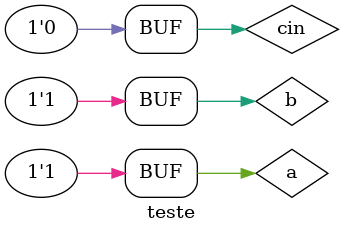
<source format=v>
`timescale 1ns/1ns
`include "subcplt.v"


module teste;

reg a, b, cin;
wire s, cout;
completo uut(a, b, cin, s, cout);

initial begin
     $dumpfile("subcplt.vcd");
     $dumpvars(0, teste);

        a = 0;
        b = 0;#20; 
        cin = 0;

        a = 0;
        b = 1;#20; 
        cin=1;

        a = 1;
        b = 0;#20; 
        cin =0;

        a = 1;
        b = 1;#20; 
        cin = 0;

        
        $display("Teste completo");
    end

endmodule
</source>
